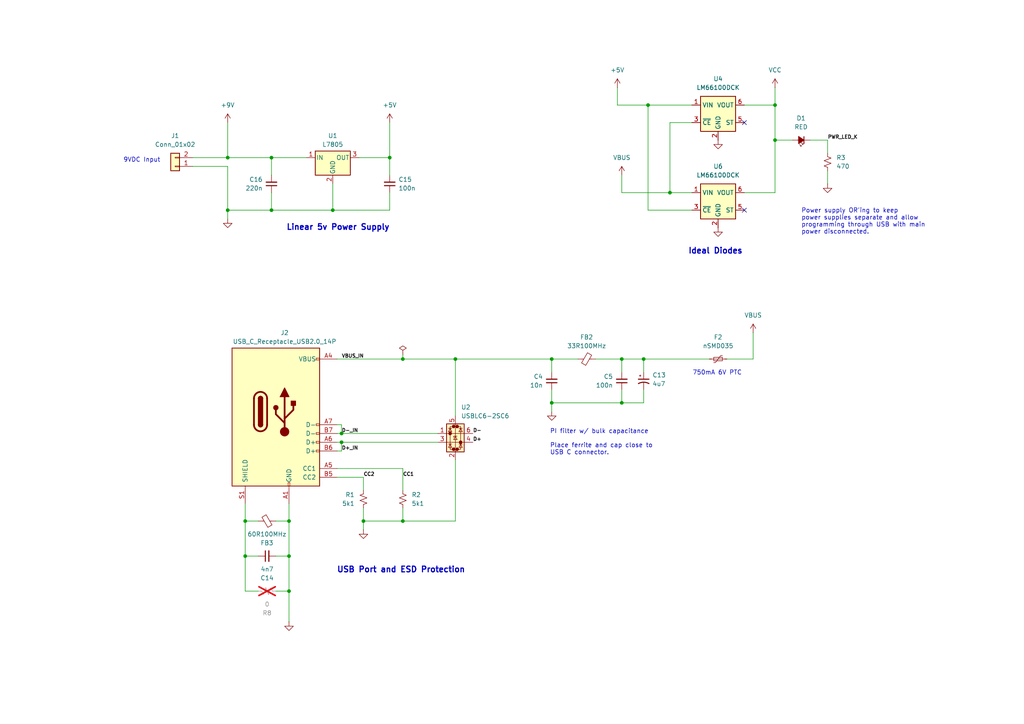
<source format=kicad_sch>
(kicad_sch (version 20231120) (generator "eeschema") (generator_version "8.0")
  (paper "A4")
  (lib_symbols
    (symbol "Connector:USB_C_Receptacle_USB2.0_14P" (pin_names (offset 1.016))
      (property "Reference" "J2" (at 0 26.67 0))
      (property "Value" "USB_C_Receptacle_USB2.0_14P" (at 0 24.13 0))
      (symbol "USB_C_Receptacle_USB2.0_14P_0_0"
        (rectangle (start 1.016 -17.78) (end 1.524 -16.764))
        (rectangle (start 10.16 -7.366) (end 9.144 -7.874))
        (rectangle (start 10.16 -4.826) (end 9.144 -5.334))
        (rectangle (start 10.16 -2.286) (end 9.144 -2.794))
        (rectangle (start 10.16 0.254) (end 9.144 -0.254))
        (rectangle (start 10.16 19.304) (end 9.144 18.796))
      )
      (symbol "USB_C_Receptacle_USB2.0_14P_0_1"
        (rectangle (start -15.24 22.225) (end 10.16 -17.78) (stroke (width 0.254)) (fill (type background)))
        (arc (start -8.89 0) (mid -6.985 -1.8967) (end -5.08 0) (stroke (width 0.508)))
        (arc (start -7.62 0) (mid -6.985 -0.6323) (end -6.35 0) (stroke (width 0.254)))
        (arc (start -7.62 0) (mid -6.985 -0.6323) (end -6.35 0) (stroke (width 0.254)) (fill (type outline)))
        (rectangle (start -7.62 0) (end -6.35 7.62) (stroke (width 0.254)) (fill (type outline)))
        (arc (start -6.35 7.62) (mid -6.985 8.2523) (end -7.62 7.62) (stroke (width 0.254)))
        (arc (start -6.35 7.62) (mid -6.985 8.2523) (end -7.62 7.62) (stroke (width 0.254)) (fill (type outline)))
        (arc (start -5.08 7.62) (mid -6.985 9.5167) (end -8.89 7.62) (stroke (width 0.508)))
        (circle (center -2.54 4.953) (radius 0.635) (stroke (width 0.254)) (fill (type outline)))
        (circle (center 0 -2.032) (radius 1.27) (fill (type outline)))
        (polyline (pts (xy -8.89 0) (xy -8.89 7.62)) (stroke (width 0.508)))
        (polyline (pts (xy -5.08 7.62) (xy -5.08 0)) (stroke (width 0.508)))
        (polyline (pts (xy 0 -2.032) (xy 0 8.128)) (stroke (width 0.508)))
        (polyline (pts (xy 0 0.508) (xy -2.54 3.048) (xy -2.54 4.318)) (stroke (width 0.508)))
        (polyline (pts (xy 0 1.778) (xy 2.54 4.318) (xy 2.54 5.588)) (stroke (width 0.508)))
        (polyline (pts (xy -1.27 8.128) (xy 0 10.668) (xy 1.27 8.128) (xy -1.27 8.128)) (stroke (width 0.254)) (fill (type outline)))
        (rectangle (start 1.905 5.588) (end 3.175 6.858) (stroke (width 0.254)) (fill (type outline)))
      )
      (symbol "USB_C_Receptacle_USB2.0_14P_1_1"
        (pin passive line (at 1.27 -22.86 90) (length 5.08) (name "GND") (number "A1"))
        (pin passive line (at 1.27 -22.86 90) (length 5.08) hide (name "GND") (number "A12"))
        (pin passive line (at 15.24 19.05 180) (length 5.08) (name "VBUS") (number "A4"))
        (pin bidirectional line (at 15.24 -12.7 180) (length 5.08) (name "CC1") (number "A5"))
        (pin bidirectional line (at 15.24 -5.08 180) (length 5.08) (name "D+") (number "A6"))
        (pin bidirectional line (at 15.24 0 180) (length 5.08) (name "D-") (number "A7"))
        (pin passive line (at 15.24 19.05 180) (length 5.08) hide (name "VBUS") (number "A9"))
        (pin passive line (at 1.27 -22.86 90) (length 5.08) hide (name "GND") (number "B1"))
        (pin passive line (at 1.27 -22.86 90) (length 5.08) hide (name "GND") (number "B12"))
        (pin passive line (at 15.24 19.05 180) (length 5.08) hide (name "VBUS") (number "B4"))
        (pin bidirectional line (at 15.24 -15.24 180) (length 5.08) (name "CC2") (number "B5"))
        (pin bidirectional line (at 15.24 -7.62 180) (length 5.08) (name "D+") (number "B6"))
        (pin bidirectional line (at 15.24 -2.54 180) (length 5.08) (name "D-") (number "B7"))
        (pin passive line (at 15.24 19.05 180) (length 5.08) hide (name "VBUS") (number "B9"))
        (pin passive line (at -11.43 -22.86 90) (length 5.08) (name "SHIELD") (number "S1"))
      )
    )
    (symbol "Connector_Generic:Conn_01x02" (pin_names (offset 1.016) hide)
      (property "Reference" "J" (at 0 2.54 0))
      (property "Value" "Conn_01x02" (at 0 -5.08 0))
      (symbol "Conn_01x02_1_1"
        (rectangle (start -1.27 -2.413) (end 0 -2.667) (stroke (width 0.1524)))
        (rectangle (start -1.27 0.127) (end 0 -0.127) (stroke (width 0.1524)))
        (rectangle (start -1.27 1.27) (end 1.27 -3.81) (stroke (width 0.254)) (fill (type background)))
        (pin passive line (at -5.08 0 0) (length 3.81) (name "Pin_1") (number "1"))
        (pin passive line (at -5.08 -2.54 0) (length 3.81) (name "Pin_2") (number "2"))
      )
    )
    (symbol "Device:C_Polarized_Small_US" (pin_numbers hide) (pin_names (offset 0.254) hide)
      (property "Reference" "C" (at 0.254 1.778 0))
      (property "Value" "C_Polarized_Small_US" (at 0.254 -2.032 0))
      (symbol "C_Polarized_Small_US_0_1"
        (polyline (pts (xy -1.524 0.508) (xy 1.524 0.508)) (stroke (width 0.3048)))
        (polyline (pts (xy -1.27 1.524) (xy -0.762 1.524)))
        (polyline (pts (xy -1.016 1.27) (xy -1.016 1.778)))
        (arc (start 1.524 -0.762) (mid 0 -0.3734) (end -1.524 -0.762) (stroke (width 0.3048)))
      )
      (symbol "C_Polarized_Small_US_1_1"
        (pin passive line (at 0 2.54 270) (length 2.032) (name "~") (number "1"))
        (pin passive line (at 0 -2.54 90) (length 2.032) (name "~") (number "2"))
      )
    )
    (symbol "Device:C_Small" (pin_numbers hide) (pin_names (offset 0.254) hide)
      (property "Reference" "C" (at 0.254 1.778 0))
      (property "Value" "C_Small" (at 0.254 -2.032 0))
      (symbol "C_Small_0_1"
        (polyline (pts (xy -1.524 -0.508) (xy 1.524 -0.508)) (stroke (width 0.3302)))
        (polyline (pts (xy -1.524 0.508) (xy 1.524 0.508)) (stroke (width 0.3048)))
      )
      (symbol "C_Small_1_1"
        (pin passive line (at 0 2.54 270) (length 2.032) (name "~") (number "1"))
        (pin passive line (at 0 -2.54 90) (length 2.032) (name "~") (number "2"))
      )
    )
    (symbol "Device:FerriteBead_Small" (pin_numbers hide) (pin_names (offset 0))
      (property "Reference" "FB" (at 1.905 1.27 0))
      (property "Value" "FerriteBead_Small" (at 1.905 -1.27 0))
      (symbol "FerriteBead_Small_0_1"
        (polyline (pts (xy 0 -1.27) (xy 0 -0.7874)))
        (polyline (pts (xy 0 0.889) (xy 0 1.2954)))
        (polyline (pts (xy -1.8288 0.2794) (xy -1.1176 1.4986) (xy 1.8288 -0.2032) (xy 1.1176 -1.4224) (xy -1.8288 0.2794)))
      )
      (symbol "FerriteBead_Small_1_1"
        (pin passive line (at 0 2.54 270) (length 1.27) (name "~") (number "1"))
        (pin passive line (at 0 -2.54 90) (length 1.27) (name "~") (number "2"))
      )
    )
    (symbol "Device:LED_Small_Filled" (pin_numbers hide) (pin_names (offset 0.254) hide)
      (property "Reference" "D" (at -1.27 3.175 0))
      (property "Value" "LED_Small_Filled" (at -4.445 -2.54 0))
      (symbol "LED_Small_Filled_0_1"
        (polyline (pts (xy -0.762 -1.016) (xy -0.762 1.016)) (stroke (width 0.254)))
        (polyline (pts (xy 1.016 0) (xy -0.762 0)))
        (polyline (pts (xy 0.762 -1.016) (xy -0.762 0) (xy 0.762 1.016) (xy 0.762 -1.016)) (stroke (width 0.254)) (fill (type outline)))
        (polyline (pts (xy 0 0.762) (xy -0.508 1.27) (xy -0.254 1.27) (xy -0.508 1.27) (xy -0.508 1.016)))
        (polyline (pts (xy 0.508 1.27) (xy 0 1.778) (xy 0.254 1.778) (xy 0 1.778) (xy 0 1.524)))
      )
      (symbol "LED_Small_Filled_1_1"
        (pin passive line (at -2.54 0 0) (length 1.778) (name "K") (number "1"))
        (pin passive line (at 2.54 0 180) (length 1.778) (name "A") (number "2"))
      )
    )
    (symbol "Device:Polyfuse_Small" (pin_numbers hide) (pin_names (offset 0))
      (property "Reference" "F" (at -1.905 0 90))
      (property "Value" "Polyfuse_Small" (at 1.905 0 90))
      (symbol "Polyfuse_Small_0_1"
        (rectangle (start -0.508 1.27) (end 0.508 -1.27))
        (polyline (pts (xy 0 2.54) (xy 0 -2.54)))
        (polyline (pts (xy -1.016 1.27) (xy -1.016 0.762) (xy 1.016 -0.762) (xy 1.016 -1.27)))
      )
      (symbol "Polyfuse_Small_1_1"
        (pin passive line (at 0 2.54 270) (length 0.635) (name "~") (number "1"))
        (pin passive line (at 0 -2.54 90) (length 0.635) (name "~") (number "2"))
      )
    )
    (symbol "Device:R_Small_US" (pin_numbers hide) (pin_names (offset 0.254) hide)
      (property "Reference" "R" (at 0.762 0.508 0))
      (property "Value" "R_Small_US" (at 0.762 -1.016 0))
      (symbol "R_Small_US_1_1"
        (polyline (pts (xy 0 0) (xy 1.016 -0.381) (xy 0 -0.762) (xy -1.016 -1.143) (xy 0 -1.524)))
        (polyline (pts (xy 0 1.524) (xy 1.016 1.143) (xy 0 0.762) (xy -1.016 0.381) (xy 0 0)))
        (pin passive line (at 0 2.54 270) (length 1.016) (name "~") (number "1"))
        (pin passive line (at 0 -2.54 90) (length 1.016) (name "~") (number "2"))
      )
    )
    (symbol "Power_Management:LM66100DCK"
      (property "Reference" "U" (at -5.08 6.096 0))
      (property "Value" "LM66100DCK" (at 0.254 -6.35 0))
      (symbol "LM66100DCK_0_1"
        (rectangle (start -5.08 5.08) (end 5.08 -5.08) (stroke (width 0.254)) (fill (type background)))
      )
      (symbol "LM66100DCK_1_1"
        (pin power_in line (at -7.62 2.54 0) (length 2.54) (name "VIN") (number "1"))
        (pin power_in line (at 0 -7.62 90) (length 2.54) (name "GND") (number "2"))
        (pin input line (at -7.62 -2.54 0) (length 2.54) (name "~{CE}") (number "3"))
        (pin no_connect line (at 0 5.08 270) (length 2.54) hide (name "NC") (number "4"))
        (pin open_collector line (at 7.62 -2.54 180) (length 2.54) (name "ST") (number "5"))
        (pin power_out line (at 7.62 2.54 180) (length 2.54) (name "VOUT") (number "6"))
      )
    )
    (symbol "Power_Protection:USBLC6-2SC6" (pin_names hide)
      (property "Reference" "U" (at 0.635 5.715 0))
      (property "Value" "USBLC6-2SC6" (at 0.635 3.81 0))
      (symbol "USBLC6-2SC6_0_0"
        (circle (center -1.524 0) (radius 0.0001) (stroke (width 0.508)))
        (circle (center -0.508 -4.572) (radius 0.0001) (stroke (width 0.508)))
        (circle (center -0.508 2.032) (radius 0.0001) (stroke (width 0.508)))
        (circle (center 0.508 -4.572) (radius 0.0001) (stroke (width 0.508)))
        (circle (center 0.508 2.032) (radius 0.0001) (stroke (width 0.508)))
        (circle (center 1.524 -2.54) (radius 0.0001) (stroke (width 0.508)))
      )
      (symbol "USBLC6-2SC6_0_1"
        (polyline (pts (xy -2.54 -2.54) (xy 2.54 -2.54)))
        (polyline (pts (xy -2.54 0) (xy 2.54 0)))
        (polyline (pts (xy -2.032 -3.048) (xy -1.016 -3.048)))
        (polyline (pts (xy -1.016 1.524) (xy -2.032 1.524)))
        (polyline (pts (xy 1.016 -3.048) (xy 2.032 -3.048)))
        (polyline (pts (xy 1.016 1.524) (xy 2.032 1.524)))
        (polyline (pts (xy -0.508 -1.143) (xy -0.508 -0.762) (xy 0.508 -0.762)))
        (polyline (pts (xy -2.032 0.508) (xy -1.016 0.508) (xy -1.524 1.524) (xy -2.032 0.508)))
        (polyline (pts (xy -1.016 -4.064) (xy -2.032 -4.064) (xy -1.524 -3.048) (xy -1.016 -4.064)))
        (polyline (pts (xy 0.508 -1.778) (xy -0.508 -1.778) (xy 0 -0.762) (xy 0.508 -1.778)))
        (polyline (pts (xy 2.032 -4.064) (xy 1.016 -4.064) (xy 1.524 -3.048) (xy 2.032 -4.064)))
        (polyline (pts (xy 2.032 0.508) (xy 1.016 0.508) (xy 1.524 1.524) (xy 2.032 0.508)))
        (polyline (pts (xy 0 2.54) (xy -0.508 2.032) (xy 0.508 2.032) (xy 0 1.524) (xy 0 -4.064) (xy -0.508 -4.572) (xy 0.508 -4.572) (xy 0 -5.08)))
      )
      (symbol "USBLC6-2SC6_1_1"
        (rectangle (start -2.54 2.794) (end 2.54 -5.334) (stroke (width 0.254)) (fill (type background)))
        (polyline (pts (xy -0.508 2.032) (xy -1.524 2.032) (xy -1.524 -4.572) (xy -0.508 -4.572)))
        (polyline (pts (xy 0.508 -4.572) (xy 1.524 -4.572) (xy 1.524 2.032) (xy 0.508 2.032)))
        (pin passive line (at -5.08 0 0) (length 2.54) (name "I/O1") (number "1"))
        (pin passive line (at 0 -7.62 90) (length 2.54) (name "GND") (number "2"))
        (pin passive line (at -5.08 -2.54 0) (length 2.54) (name "I/O2") (number "3"))
        (pin passive line (at 5.08 -2.54 180) (length 2.54) (name "I/O2") (number "4"))
        (pin passive line (at 0 5.08 270) (length 2.54) (name "VBUS") (number "5"))
        (pin passive line (at 5.08 0 180) (length 2.54) (name "I/O1") (number "6"))
      )
    )
    (symbol "Regulator_Linear:L7805" (pin_names (offset 0.254))
      (property "Reference" "U" (at -3.81 3.175 0))
      (property "Value" "L7805" (at 0 3.175 0))
      (symbol "L7805_0_1"
        (rectangle (start -5.08 1.905) (end 5.08 -5.08) (stroke (width 0.254)) (fill (type background)))
      )
      (symbol "L7805_1_1"
        (pin power_in line (at -7.62 0 0) (length 2.54) (name "IN") (number "1"))
        (pin power_in line (at 0 -7.62 90) (length 2.54) (name "GND") (number "2"))
        (pin power_out line (at 7.62 0 180) (length 2.54) (name "OUT") (number "3"))
      )
    )
    (symbol "power:+5V" (power) (pin_numbers hide) (pin_names (offset 0) hide)
      (property "Value" "+5V" (at 0 3.556 0))
      (symbol "+5V_0_1"
        (polyline (pts (xy -0.762 1.27) (xy 0 2.54)))
        (polyline (pts (xy 0 0) (xy 0 2.54)))
        (polyline (pts (xy 0 2.54) (xy 0.762 1.27)))
      )
      (symbol "+5V_1_1"
        (pin power_in line (at 0 0 90) (length 0) (name "~") (number "1"))
      )
    )
    (symbol "power:+9V" (power) (pin_numbers hide) (pin_names (offset 0) hide)
      (property "Value" "+9V" (at 0 3.556 0))
      (symbol "+9V_0_1"
        (polyline (pts (xy -0.762 1.27) (xy 0 2.54)))
        (polyline (pts (xy 0 0) (xy 0 2.54)))
        (polyline (pts (xy 0 2.54) (xy 0.762 1.27)))
      )
      (symbol "+9V_1_1"
        (pin power_in line (at 0 0 90) (length 0) (name "~") (number "1"))
      )
    )
    (symbol "power:GND" (power) (pin_numbers hide) (pin_names (offset 0) hide)
      (property "Value" "GND" (at 0 -3.81 0))
      (symbol "GND_0_1"
        (polyline (pts (xy 0 0) (xy 0 -1.27) (xy 1.27 -1.27) (xy 0 -2.54) (xy -1.27 -1.27) (xy 0 -1.27)))
      )
      (symbol "GND_1_1"
        (pin power_in line (at 0 0 270) (length 0) (name "~") (number "1"))
      )
    )
    (symbol "power:PWR_FLAG" (power) (pin_numbers hide) (pin_names (offset 0) hide)
      (property "Value" "PWR_FLAG" (at 0 3.81 0))
      (symbol "PWR_FLAG_0_0"
        (pin power_out line (at 0 0 90) (length 0) (name "~") (number "1"))
      )
      (symbol "PWR_FLAG_0_1"
        (polyline (pts (xy 0 0) (xy 0 1.27) (xy -1.016 1.905) (xy 0 2.54) (xy 1.016 1.905) (xy 0 1.27)))
      )
    )
    (symbol "power:VBUS" (power) (pin_numbers hide) (pin_names (offset 0) hide)
      (property "Value" "VBUS" (at 0 3.556 0))
      (symbol "VBUS_0_1"
        (polyline (pts (xy -0.762 1.27) (xy 0 2.54)))
        (polyline (pts (xy 0 0) (xy 0 2.54)))
        (polyline (pts (xy 0 2.54) (xy 0.762 1.27)))
      )
      (symbol "VBUS_1_1"
        (pin power_in line (at 0 0 90) (length 0) (name "~") (number "1"))
      )
    )
    (symbol "power:VCC" (power) (pin_numbers hide) (pin_names (offset 0) hide)
      (property "Value" "VCC" (at 0 3.556 0))
      (symbol "VCC_0_1"
        (polyline (pts (xy -0.762 1.27) (xy 0 2.54)))
        (polyline (pts (xy 0 0) (xy 0 2.54)))
        (polyline (pts (xy 0 2.54) (xy 0.762 1.27)))
      )
      (symbol "VCC_1_1"
        (pin power_in line (at 0 0 90) (length 0) (name "~") (number "1"))
      )
    )
  )
  (junction (at 132.08 104.14))
  (junction (at 116.84 104.14))
  (junction (at 116.84 151.13))
  (junction (at 83.82 171.45))
  (junction (at 113.03 45.72))
  (junction (at 83.82 161.29))
  (junction (at 99.06 128.27))
  (junction (at 105.41 151.13))
  (junction (at 224.79 40.64))
  (junction (at 78.74 45.72))
  (junction (at 99.06 125.73))
  (junction (at 186.69 104.14))
  (junction (at 71.12 161.29))
  (junction (at 71.12 151.13))
  (junction (at 66.04 45.72))
  (junction (at 96.52 60.96))
  (junction (at 83.82 151.13))
  (junction (at 160.02 104.14))
  (junction (at 224.79 30.48))
  (junction (at 187.96 30.48))
  (junction (at 180.34 116.84))
  (junction (at 194.31 55.88))
  (junction (at 180.34 104.14))
  (junction (at 78.74 60.96))
  (junction (at 66.04 60.96))
  (junction (at 160.02 116.84))
  (no_connect (at 215.9 35.56))
  (no_connect (at 215.9 60.96))
  (wire (pts (xy 97.79 130.81) (xy 99.06 130.81)))
  (wire (pts (xy 160.02 113.03) (xy 160.02 116.84)))
  (wire (pts (xy 97.79 128.27) (xy 99.06 128.27)))
  (wire (pts (xy 116.84 151.13) (xy 132.08 151.13)))
  (wire (pts (xy 224.79 30.48) (xy 224.79 25.4)))
  (wire (pts (xy 71.12 146.05) (xy 71.12 151.13)))
  (wire (pts (xy 215.9 55.88) (xy 224.79 55.88)))
  (wire (pts (xy 160.02 116.84) (xy 180.34 116.84)))
  (wire (pts (xy 83.82 146.05) (xy 83.82 151.13)))
  (wire (pts (xy 74.93 171.45) (xy 71.12 171.45)))
  (wire (pts (xy 179.07 30.48) (xy 187.96 30.48)))
  (wire (pts (xy 71.12 161.29) (xy 74.93 161.29)))
  (wire (pts (xy 215.9 30.48) (xy 224.79 30.48)))
  (wire (pts (xy 180.34 50.8) (xy 180.34 55.88)))
  (wire (pts (xy 66.04 35.56) (xy 66.04 45.72)))
  (wire (pts (xy 224.79 40.64) (xy 224.79 30.48)))
  (wire (pts (xy 240.03 40.64) (xy 240.03 44.45)))
  (wire (pts (xy 160.02 104.14) (xy 160.02 107.95)))
  (wire (pts (xy 99.06 123.19) (xy 97.79 123.19)))
  (wire (pts (xy 187.96 30.48) (xy 200.66 30.48)))
  (wire (pts (xy 105.41 142.24) (xy 105.41 138.43)))
  (wire (pts (xy 96.52 53.34) (xy 96.52 60.96)))
  (wire (pts (xy 66.04 48.26) (xy 55.88 48.26)))
  (wire (pts (xy 105.41 138.43) (xy 97.79 138.43)))
  (wire (pts (xy 83.82 151.13) (xy 83.82 161.29)))
  (wire (pts (xy 179.07 25.4) (xy 179.07 30.48)))
  (wire (pts (xy 97.79 104.14) (xy 116.84 104.14)))
  (wire (pts (xy 180.34 116.84) (xy 186.69 116.84)))
  (wire (pts (xy 116.84 102.87) (xy 116.84 104.14)))
  (wire (pts (xy 97.79 125.73) (xy 99.06 125.73)))
  (wire (pts (xy 132.08 104.14) (xy 132.08 120.65)))
  (wire (pts (xy 80.01 171.45) (xy 83.82 171.45)))
  (wire (pts (xy 132.08 104.14) (xy 160.02 104.14)))
  (wire (pts (xy 180.34 104.14) (xy 180.34 107.95)))
  (wire (pts (xy 132.08 133.35) (xy 132.08 151.13)))
  (wire (pts (xy 78.74 60.96) (xy 66.04 60.96)))
  (wire (pts (xy 71.12 171.45) (xy 71.12 161.29)))
  (wire (pts (xy 116.84 147.32) (xy 116.84 151.13)))
  (wire (pts (xy 160.02 116.84) (xy 160.02 119.38)))
  (wire (pts (xy 218.44 96.52) (xy 218.44 104.14)))
  (wire (pts (xy 160.02 104.14) (xy 167.64 104.14)))
  (wire (pts (xy 113.03 55.88) (xy 113.03 60.96)))
  (wire (pts (xy 187.96 60.96) (xy 200.66 60.96)))
  (wire (pts (xy 113.03 35.56) (xy 113.03 45.72)))
  (wire (pts (xy 66.04 63.5) (xy 66.04 60.96)))
  (wire (pts (xy 180.34 113.03) (xy 180.34 116.84)))
  (wire (pts (xy 186.69 113.03) (xy 186.69 116.84)))
  (wire (pts (xy 78.74 45.72) (xy 88.9 45.72)))
  (wire (pts (xy 113.03 50.8) (xy 113.03 45.72)))
  (wire (pts (xy 105.41 151.13) (xy 105.41 153.67)))
  (wire (pts (xy 96.52 60.96) (xy 78.74 60.96)))
  (wire (pts (xy 97.79 135.89) (xy 116.84 135.89)))
  (wire (pts (xy 66.04 45.72) (xy 55.88 45.72)))
  (wire (pts (xy 99.06 130.81) (xy 99.06 128.27)))
  (wire (pts (xy 99.06 125.73) (xy 99.06 123.19)))
  (wire (pts (xy 116.84 104.14) (xy 132.08 104.14)))
  (wire (pts (xy 194.31 55.88) (xy 200.66 55.88)))
  (wire (pts (xy 194.31 35.56) (xy 200.66 35.56)))
  (wire (pts (xy 180.34 55.88) (xy 194.31 55.88)))
  (wire (pts (xy 186.69 104.14) (xy 205.74 104.14)))
  (wire (pts (xy 71.12 151.13) (xy 71.12 161.29)))
  (wire (pts (xy 78.74 55.88) (xy 78.74 60.96)))
  (wire (pts (xy 66.04 45.72) (xy 78.74 45.72)))
  (wire (pts (xy 180.34 104.14) (xy 186.69 104.14)))
  (wire (pts (xy 99.06 125.73) (xy 127 125.73)))
  (wire (pts (xy 113.03 45.72) (xy 104.14 45.72)))
  (wire (pts (xy 71.12 151.13) (xy 74.93 151.13)))
  (wire (pts (xy 113.03 60.96) (xy 96.52 60.96)))
  (wire (pts (xy 224.79 40.64) (xy 229.87 40.64)))
  (wire (pts (xy 116.84 135.89) (xy 116.84 142.24)))
  (wire (pts (xy 234.95 40.64) (xy 240.03 40.64)))
  (wire (pts (xy 172.72 104.14) (xy 180.34 104.14)))
  (wire (pts (xy 194.31 55.88) (xy 194.31 35.56)))
  (wire (pts (xy 99.06 128.27) (xy 127 128.27)))
  (wire (pts (xy 240.03 49.53) (xy 240.03 53.34)))
  (wire (pts (xy 83.82 161.29) (xy 83.82 171.45)))
  (wire (pts (xy 187.96 30.48) (xy 187.96 60.96)))
  (wire (pts (xy 105.41 147.32) (xy 105.41 151.13)))
  (wire (pts (xy 83.82 151.13) (xy 80.01 151.13)))
  (wire (pts (xy 224.79 55.88) (xy 224.79 40.64)))
  (wire (pts (xy 186.69 104.14) (xy 186.69 107.95)))
  (wire (pts (xy 105.41 151.13) (xy 116.84 151.13)))
  (wire (pts (xy 80.01 161.29) (xy 83.82 161.29)))
  (wire (pts (xy 66.04 60.96) (xy 66.04 48.26)))
  (wire (pts (xy 218.44 104.14) (xy 210.82 104.14)))
  (wire (pts (xy 78.74 50.8) (xy 78.74 45.72)))
  (wire (pts (xy 83.82 171.45) (xy 83.82 180.34)))
  (text "Ideal Diodes" (at 207.518 72.898 0) (effects (font (size 1.651 1.651) (thickness 0.3302) (bold yes))))
  (text "Linear 5v Power Supply" (at 98.044 66.04 0) (effects (font (size 1.651 1.651) (thickness 0.3302) (bold yes))))
  (text "9VDC Input" (at 41.148 46.482 0) (effects (font (size 1.27 1.27))))
  (text "Power supply OR'ing to keep\npower supplies separate and allow\nprogramming through USB with main\npower disconnected." (at 232.41 64.262 0) (effects (font (size 1.27 1.27)) (justify left)))
  (text "750mA 6V PTC" (at 208.026 108.204 0) (effects (font (size 1.27 1.27))))
  (text "USB Port and ESD Protection" (at 116.332 165.354 0) (effects (font (size 1.651 1.651) (thickness 0.3302) (bold yes))))
  (text "PI filter w/ bulk capacitance\n\nPlace ferrite and cap close to\nUSB C connector." (at 159.512 128.27 0) (effects (font (size 1.27 1.27)) (justify left)))
  (label "D-_IN" (at 99.06 125.73 0) (effects (font (size 1.016 1.016) (thickness 0.2032) (bold yes))))
  (label "D+_IN" (at 99.06 130.81 0) (effects (font (size 1.016 1.016) (thickness 0.2032) (bold yes))))
  (label "PWR_LED_K" (at 240.03 40.64 0) (effects (font (size 1.016 1.016) (thickness 0.2032) (bold yes))))
  (label "VBUS_IN" (at 99.06 104.14 0) (effects (font (size 1.016 1.016) (thickness 0.2032) (bold yes))))
  (label "D+" (at 137.16 128.27 0) (effects (font (size 1.016 1.016) (thickness 0.2032) (bold yes))))
  (label "CC2" (at 105.41 138.43 0) (effects (font (size 1.016 1.016) (thickness 0.2032) (bold yes))))
  (label "CC1" (at 116.84 138.43 0) (effects (font (size 1.016 1.016) (thickness 0.2032) (bold yes))))
  (label "D-" (at 137.16 125.73 0) (effects (font (size 1.016 1.016) (thickness 0.2032) (bold yes))))
  (symbol (lib_id "power:VBUS") (at 218.44 96.52 0) (unit 1)
    (property "Reference" "#PWR036" (effects (hide yes)))
    (property "Value" "VBUS" (at 218.44 91.44 0))
    (property "Description" "Power symbol creates a global label with name \"VBUS\"" (effects (hide yes)))
  )
  (symbol (lib_id "power:GND") (at 208.28 40.64 0) (unit 1)
    (property "Reference" "#PWR026" (effects (hide yes)))
    (property "Value" "GND" (effects (hide yes)))
    (property "Description" "Power symbol creates a global label with name \"GND\" , ground" (effects (hide yes)))
  )
  (symbol (lib_id "power:GND") (at 83.82 180.34 0) (unit 1)
    (property "Reference" "#PWR03" (effects (hide yes)))
    (property "Value" "GND" (effects (hide yes)))
    (property "Description" "Power symbol creates a global label with name \"GND\" , ground" (effects (hide yes)))
  )
  (symbol (lib_id "Device:LED_Small_Filled") (at 232.41 40.64 180) (unit 1)
    (property "Reference" "D1" (at 232.3465 34.29 0))
    (property "Value" "RED" (at 232.3465 36.83 0))
    (property "Footprint" "LED_SMD:LED_0603_1608Metric_Pad1.05x0.95mm_HandSolder" (effects (hide yes)))
    (property "Description" "Light emitting diode, small symbol, filled shape" (effects (hide yes)))
  )
  (symbol (lib_id "Device:R_Small_US") (at 105.41 144.78 0) (mirror x) (unit 1)
    (property "Reference" "R1" (at 102.87 143.5099 0) (effects (justify right)))
    (property "Value" "5k1" (at 102.87 146.0499 0) (effects (justify right)))
    (property "Footprint" "Resistor_SMD:R_0402_1005Metric_Pad0.72x0.64mm_HandSolder" (effects (hide yes)))
    (property "Description" "Resistor, small US symbol" (effects (hide yes)))
  )
  (symbol (lib_id "Device:Polyfuse_Small") (at 208.28 104.14 90) (unit 1)
    (property "Reference" "F2" (at 208.28 97.79 90))
    (property "Value" "nSMD035" (at 208.28 100.33 90))
    (property "Description" "Resettable fuse, polymeric positive temperature coefficient, small symbol" (effects (hide yes)))
  )
  (symbol (lib_id "Device:C_Small") (at 77.47 161.29 90) (mirror x) (unit 1)
    (property "Reference" "C14" (at 77.4763 167.64 90))
    (property "Value" "4n7" (at 77.4763 165.1 90))
    (property "Description" "Unpolarized capacitor, small symbol" (effects (hide yes)))
  )
  (symbol (lib_id "Device:R_Small_US") (at 240.03 46.99 0) (unit 1)
    (property "Reference" "R3" (at 242.57 45.7199 0) (effects (justify left)))
    (property "Value" "470" (at 242.57 48.2599 0) (effects (justify left)))
    (property "Footprint" "Resistor_SMD:R_0402_1005Metric_Pad0.72x0.64mm_HandSolder" (effects (hide yes)))
    (property "Description" "Resistor, small US symbol" (effects (hide yes)))
  )
  (symbol (lib_id "Device:R_Small_US") (at 116.84 144.78 180) (unit 1)
    (property "Reference" "R2" (at 119.38 143.5099 0) (effects (justify right)))
    (property "Value" "5k1" (at 119.38 146.0499 0) (effects (justify right)))
    (property "Footprint" "Resistor_SMD:R_0402_1005Metric_Pad0.72x0.64mm_HandSolder" (effects (hide yes)))
    (property "Description" "Resistor, small US symbol" (effects (hide yes)))
  )
  (symbol (lib_id "Device:C_Small") (at 160.02 110.49 0) (mirror x) (unit 1)
    (property "Reference" "C4" (at 157.48 109.2135 0) (effects (justify right)))
    (property "Value" "10n" (at 157.48 111.7535 0) (effects (justify right)))
    (property "Footprint" "Capacitor_SMD:C_0402_1005Metric_Pad0.74x0.62mm_HandSolder" (effects (hide yes)))
    (property "Description" "Unpolarized capacitor, small symbol" (effects (hide yes)))
    (property "Type" "X7R" (effects (hide yes)))
  )
  (symbol (lib_id "power:PWR_FLAG") (at 116.84 102.87 0) (unit 1)
    (property "Reference" "#FLG01" (effects (hide yes)))
    (property "Value" "PWR_FLAG" (effects (hide yes)))
    (property "Description" "Special symbol for telling ERC where power comes from" (effects (hide yes)))
  )
  (symbol (lib_id "Device:R_Small_US") (at 77.47 171.45 90) (mirror x) (unit 1) (dnp yes)
    (property "Reference" "R8" (at 77.47 177.8 90))
    (property "Value" "0" (at 77.47 175.26 90))
    (property "Description" "Resistor, small US symbol" (effects (hide yes)))
  )
  (symbol (lib_id "power:GND") (at 105.41 153.67 0) (unit 1)
    (property "Reference" "#PWR04" (effects (hide yes)))
    (property "Value" "GND" (effects (hide yes)))
    (property "Description" "Power symbol creates a global label with name \"GND\" , ground" (effects (hide yes)))
  )
  (symbol (lib_id "Device:C_Polarized_Small_US") (at 186.69 110.49 0) (unit 1)
    (property "Reference" "C13" (at 189.23 108.7881 0) (effects (justify left)))
    (property "Value" "4u7" (at 189.23 111.3281 0) (effects (justify left)))
    (property "Footprint" "Capacitor_SMD:CP_Elec_6.3x7.7" (effects (hide yes)))
    (property "Description" "Polarized capacitor, small US symbol" (effects (hide yes)))
  )
  (symbol (lib_id "Power_Protection:USBLC6-2SC6") (at 132.08 125.73 0) (unit 1)
    (property "Reference" "U2" (at 133.7311 118.11 0) (effects (justify left)))
    (property "Value" "USBLC6-2SC6" (at 133.7311 120.65 0) (effects (justify left)))
    (property "Footprint" "Package_TO_SOT_SMD:SOT-23-6" (effects (hide yes)))
    (property "Datasheet" "https://www.st.com/resource/en/datasheet/usblc6-2.pdf" (effects (hide yes)))
    (property "Description" "Very low capacitance ESD protection diode, 2 data-line, SOT-23-6" (effects (hide yes)))
  )
  (symbol (lib_id "power:GND") (at 208.28 66.04 0) (unit 1)
    (property "Reference" "#PWR040" (effects (hide yes)))
    (property "Value" "GND" (effects (hide yes)))
    (property "Description" "Power symbol creates a global label with name \"GND\" , ground" (effects (hide yes)))
  )
  (symbol (lib_id "Device:FerriteBead_Small") (at 170.18 104.14 90) (unit 1)
    (property "Reference" "FB2" (at 170.1419 97.79 90))
    (property "Value" "33R100MHz" (at 170.1419 100.33 90))
    (property "Description" "Ferrite bead, small symbol" (effects (hide yes)))
  )
  (symbol (lib_id "power:GND") (at 160.02 119.38 0) (unit 1)
    (property "Reference" "#PWR06" (effects (hide yes)))
    (property "Value" "GND" (effects (hide yes)))
    (property "Description" "Power symbol creates a global label with name \"GND\" , ground" (effects (hide yes)))
  )
  (symbol (lib_id "power:GND") (at 240.03 53.34 0) (unit 1)
    (property "Reference" "#PWR011" (effects (hide yes)))
    (property "Value" "GND" (effects (hide yes)))
    (property "Description" "Power symbol creates a global label with name \"GND\" , ground" (effects (hide yes)))
  )
  (symbol (lib_id "power:+5V") (at 179.07 25.4 0) (unit 1)
    (property "Reference" "#PWR042" (effects (hide yes)))
    (property "Value" "+5V" (at 179.07 20.32 0))
    (property "Description" "Power symbol creates a global label with name \"+5V\"" (effects (hide yes)))
  )
  (symbol (lib_id "Power_Management:LM66100DCK") (at 208.28 58.42 0) (unit 1)
    (property "Reference" "U6" (at 208.28 48.26 0))
    (property "Value" "LM66100DCK" (at 208.28 50.8 0))
    (property "Footprint" "Package_TO_SOT_SMD:SOT-363_SC-70-6" (effects (hide yes)))
    (property "Datasheet" "https://www.ti.com/lit/ds/symlink/lm66100.pdf" (effects (hide yes)))
    (property "Description" "Ideal Diode With Input Polarity Protection 1.5 - 5.5V  Input Voltage, 1.5A Output Current, Ron 141 mOhm, SC-70-6" (effects (hide yes)))
  )
  (symbol (lib_id "Device:C_Small") (at 78.74 53.34 0) (mirror x) (unit 1)
    (property "Reference" "C16" (at 76.2 52.0635 0) (effects (justify right)))
    (property "Value" "220n" (at 76.2 54.6035 0) (effects (justify right)))
    (property "Footprint" "Capacitor_SMD:C_0402_1005Metric_Pad0.74x0.62mm_HandSolder" (effects (hide yes)))
    (property "Description" "Unpolarized capacitor, small symbol" (effects (hide yes)))
  )
  (symbol (lib_id "Connector_Generic:Conn_01x02") (at 50.8 48.26 180) (unit 1)
    (property "Reference" "J1" (at 50.8 39.37 0))
    (property "Value" "Conn_01x02" (at 50.8 41.91 0))
    (property "Footprint" "TerminalBlock_Phoenix:TerminalBlock_Phoenix_MKDS-1,5-2-5.08_1x02_P5.08mm_Horizontal" (effects (hide yes)))
    (property "Description" "Generic connector, single row, 01x02, script generated (kicad-library-utils/schlib/autogen/connector/)" (effects (hide yes)))
  )
  (symbol (lib_id "Device:C_Small") (at 113.03 53.34 180) (unit 1)
    (property "Reference" "C15" (at 115.57 52.0635 0) (effects (justify right)))
    (property "Value" "100n" (at 115.57 54.6035 0) (effects (justify right)))
    (property "Footprint" "Capacitor_SMD:C_0402_1005Metric_Pad0.74x0.62mm_HandSolder" (effects (hide yes)))
    (property "Description" "Unpolarized capacitor, small symbol" (effects (hide yes)))
  )
  (symbol (lib_id "Device:FerriteBead_Small") (at 77.47 151.13 90) (mirror x) (unit 1)
    (property "Reference" "FB3" (at 77.4319 157.48 90))
    (property "Value" "60R100MHz" (at 77.4319 154.94 90))
    (property "Description" "Ferrite bead, small symbol" (effects (hide yes)))
  )
  (symbol (lib_id "power:VCC") (at 224.79 25.4 0) (unit 1)
    (property "Reference" "#PWR043" (effects (hide yes)))
    (property "Value" "VCC" (at 224.79 20.32 0))
    (property "Description" "Power symbol creates a global label with name \"VCC\"" (effects (hide yes)))
  )
  (symbol (lib_id "power:GND") (at 66.04 63.5 0) (unit 1)
    (property "Reference" "#PWR02" (effects (hide yes)))
    (property "Value" "GND" (effects (hide yes)))
    (property "Description" "Power symbol creates a global label with name \"GND\" , ground" (effects (hide yes)))
  )
  (symbol (lib_id "power:+9V") (at 66.04 35.56 0) (unit 1)
    (property "Reference" "#PWR01" (effects (hide yes)))
    (property "Value" "+9V" (at 66.04 30.48 0))
    (property "Description" "Power symbol creates a global label with name \"+9V\"" (effects (hide yes)))
  )
  (symbol (lib_id "Connector:USB_C_Receptacle_USB2.0_14P") (at 82.55 123.19 0) (unit 1)
    (property "Reference" "J2" (at 82.55 96.52 0))
    (property "Value" "USB_C_Receptacle_USB2.0_14P" (at 82.55 99.06 0))
    (property "Footprint" "Connector_USB:USB_C_Receptacle_HRO_TYPE-C-31-M-12" (effects (hide yes)))
    (property "Datasheet" "https://www.usb.org/sites/default/files/documents/usb_type-c.zip" (effects (hide yes)))
    (property "Description" "USB 2.0-only 14P Type-C Receptacle connector" (effects (hide yes)))
  )
  (symbol (lib_id "Regulator_Linear:L7805") (at 96.52 45.72 0) (unit 1)
    (property "Reference" "U1" (at 96.52 39.37 0))
    (property "Value" "L7805" (at 96.52 41.91 0))
    (property "Footprint" "Package_TO_SOT_SMD:TO-252-3_TabPin2" (effects (hide yes)))
    (property "Datasheet" "http://www.st.com/content/ccc/resource/technical/document/datasheet/41/4f/b3/b0/12/d4/47/88/CD00000444.pdf/files/CD00000444.pdf/jcr:content/translations/en.CD00000444.pdf" (effects (hide yes)))
    (property "Description" "Positive 1.5A 35V Linear Regulator, Fixed Output 5V, TO-220/TO-263/TO-252" (effects (hide yes)))
  )
  (symbol (lib_id "Device:C_Small") (at 180.34 110.49 0) (mirror x) (unit 1)
    (property "Reference" "C5" (at 177.8 109.2135 0) (effects (justify right)))
    (property "Value" "100n" (at 177.8 111.7535 0) (effects (justify right)))
    (property "Footprint" "Capacitor_SMD:C_0402_1005Metric_Pad0.74x0.62mm_HandSolder" (effects (hide yes)))
    (property "Description" "Unpolarized capacitor, small symbol" (effects (hide yes)))
  )
  (symbol (lib_id "power:+5V") (at 113.03 35.56 0) (unit 1)
    (property "Reference" "#PWR05" (effects (hide yes)))
    (property "Value" "+5V" (at 113.03 30.48 0))
    (property "Description" "Power symbol creates a global label with name \"+5V\"" (effects (hide yes)))
  )
  (symbol (lib_id "Power_Management:LM66100DCK") (at 208.28 33.02 0) (unit 1)
    (property "Reference" "U4" (at 208.28 22.86 0))
    (property "Value" "LM66100DCK" (at 208.28 25.4 0))
    (property "Footprint" "Package_TO_SOT_SMD:SOT-363_SC-70-6" (effects (hide yes)))
    (property "Datasheet" "https://www.ti.com/lit/ds/symlink/lm66100.pdf" (effects (hide yes)))
    (property "Description" "Ideal Diode With Input Polarity Protection 1.5 - 5.5V  Input Voltage, 1.5A Output Current, Ron 141 mOhm, SC-70-6" (effects (hide yes)))
  )
  (symbol (lib_id "power:VBUS") (at 180.34 50.8 0) (unit 1)
    (property "Reference" "#PWR041" (effects (hide yes)))
    (property "Value" "VBUS" (at 180.34 45.72 0))
    (property "Description" "Power symbol creates a global label with name \"VBUS\"" (effects (hide yes)))
  )
)
</source>
